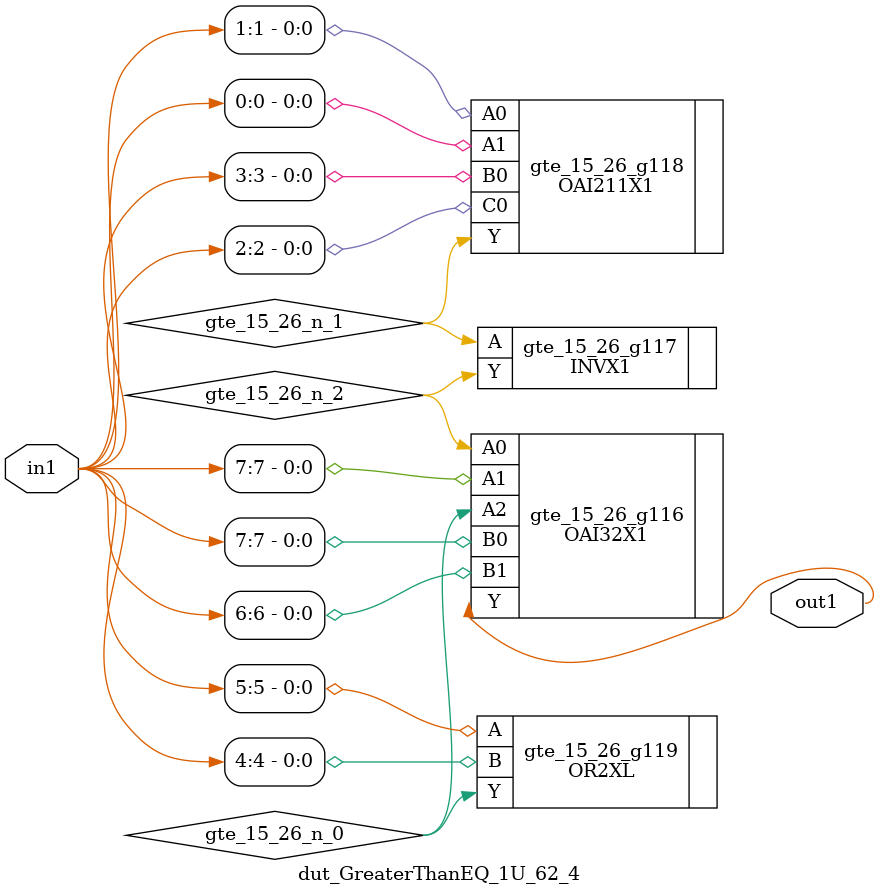
<source format=v>
`timescale 1ps / 1ps


module dut_GreaterThanEQ_1U_62_4(in1, out1);
  input [7:0] in1;
  output out1;
  wire [7:0] in1;
  wire out1;
  wire gte_15_26_n_0, gte_15_26_n_1, gte_15_26_n_2;
  OAI32X1 gte_15_26_g116(.A0 (gte_15_26_n_2), .A1 (in1[7]), .A2
       (gte_15_26_n_0), .B0 (in1[7]), .B1 (in1[6]), .Y (out1));
  INVX1 gte_15_26_g117(.A (gte_15_26_n_1), .Y (gte_15_26_n_2));
  OAI211X1 gte_15_26_g118(.A0 (in1[1]), .A1 (in1[0]), .B0 (in1[3]), .C0
       (in1[2]), .Y (gte_15_26_n_1));
  OR2XL gte_15_26_g119(.A (in1[5]), .B (in1[4]), .Y (gte_15_26_n_0));
endmodule



</source>
